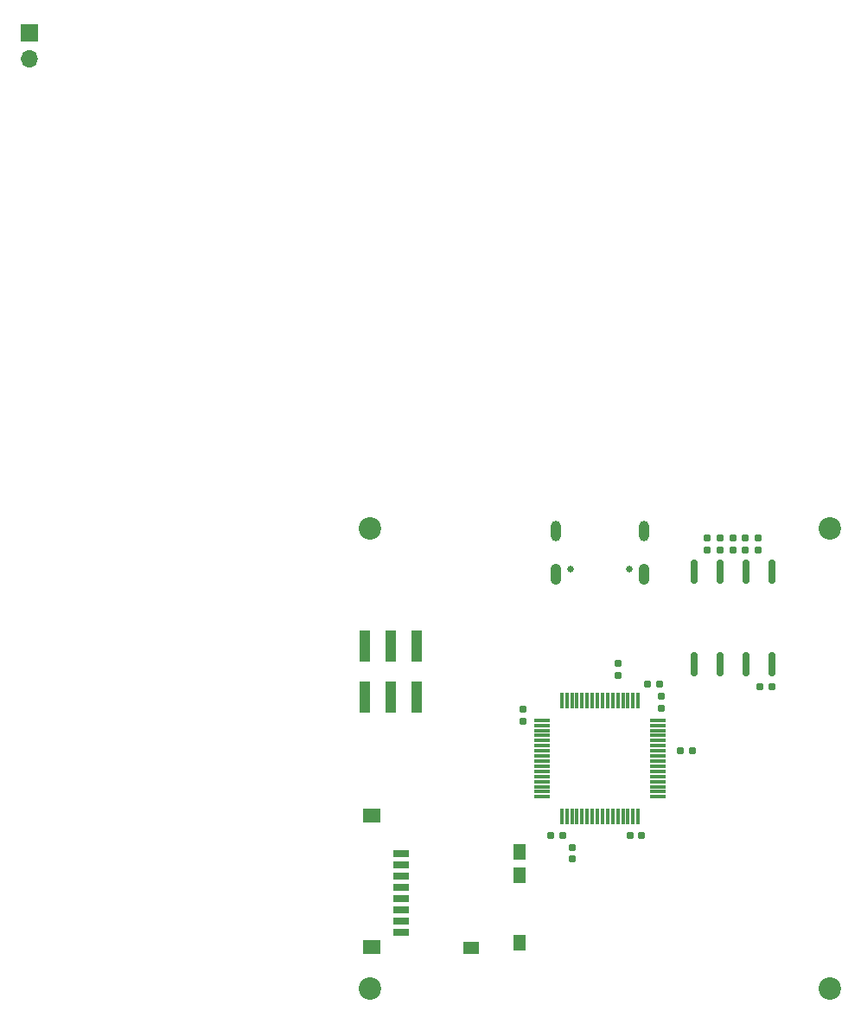
<source format=gbr>
%TF.GenerationSoftware,KiCad,Pcbnew,(6.0.1)*%
%TF.CreationDate,2022-02-28T23:17:01+05:30*%
%TF.ProjectId,ProIMU_V1,50726f49-4d55-45f5-9631-2e6b69636164,rev?*%
%TF.SameCoordinates,Original*%
%TF.FileFunction,Soldermask,Bot*%
%TF.FilePolarity,Negative*%
%FSLAX46Y46*%
G04 Gerber Fmt 4.6, Leading zero omitted, Abs format (unit mm)*
G04 Created by KiCad (PCBNEW (6.0.1)) date 2022-02-28 23:17:01*
%MOMM*%
%LPD*%
G01*
G04 APERTURE LIST*
G04 Aperture macros list*
%AMRoundRect*
0 Rectangle with rounded corners*
0 $1 Rounding radius*
0 $2 $3 $4 $5 $6 $7 $8 $9 X,Y pos of 4 corners*
0 Add a 4 corners polygon primitive as box body*
4,1,4,$2,$3,$4,$5,$6,$7,$8,$9,$2,$3,0*
0 Add four circle primitives for the rounded corners*
1,1,$1+$1,$2,$3*
1,1,$1+$1,$4,$5*
1,1,$1+$1,$6,$7*
1,1,$1+$1,$8,$9*
0 Add four rect primitives between the rounded corners*
20,1,$1+$1,$2,$3,$4,$5,0*
20,1,$1+$1,$4,$5,$6,$7,0*
20,1,$1+$1,$6,$7,$8,$9,0*
20,1,$1+$1,$8,$9,$2,$3,0*%
G04 Aperture macros list end*
%ADD10C,2.200000*%
%ADD11C,0.650000*%
%ADD12O,1.050000X2.100000*%
%ADD13O,1.000000X2.000000*%
%ADD14R,1.700000X1.700000*%
%ADD15O,1.700000X1.700000*%
%ADD16RoundRect,0.155000X0.212500X0.155000X-0.212500X0.155000X-0.212500X-0.155000X0.212500X-0.155000X0*%
%ADD17RoundRect,0.155000X0.155000X-0.212500X0.155000X0.212500X-0.155000X0.212500X-0.155000X-0.212500X0*%
%ADD18RoundRect,0.155000X-0.212500X-0.155000X0.212500X-0.155000X0.212500X0.155000X-0.212500X0.155000X0*%
%ADD19RoundRect,0.155000X-0.155000X0.212500X-0.155000X-0.212500X0.155000X-0.212500X0.155000X0.212500X0*%
%ADD20RoundRect,0.160000X-0.160000X0.197500X-0.160000X-0.197500X0.160000X-0.197500X0.160000X0.197500X0*%
%ADD21R,1.500000X0.800000*%
%ADD22R,1.500000X1.150000*%
%ADD23R,1.150000X1.500000*%
%ADD24R,1.700000X1.400000*%
%ADD25R,1.000000X3.150000*%
%ADD26RoundRect,0.160000X0.160000X-0.197500X0.160000X0.197500X-0.160000X0.197500X-0.160000X-0.197500X0*%
%ADD27RoundRect,0.160000X-0.197500X-0.160000X0.197500X-0.160000X0.197500X0.160000X-0.197500X0.160000X0*%
%ADD28RoundRect,0.075000X0.700000X0.075000X-0.700000X0.075000X-0.700000X-0.075000X0.700000X-0.075000X0*%
%ADD29RoundRect,0.075000X0.075000X0.700000X-0.075000X0.700000X-0.075000X-0.700000X0.075000X-0.700000X0*%
%ADD30RoundRect,0.162500X0.162500X-1.012500X0.162500X1.012500X-0.162500X1.012500X-0.162500X-1.012500X0*%
G04 APERTURE END LIST*
D10*
%TO.C,H3*%
X171000000Y-82500000D03*
%TD*%
D11*
%TO.C,USB1*%
X151390000Y-86430000D03*
X145610000Y-86430000D03*
D12*
X152820000Y-86930000D03*
D13*
X152820000Y-82750000D03*
X144180000Y-82750000D03*
D12*
X144180000Y-86930000D03*
%TD*%
D10*
%TO.C,H1*%
X126000000Y-82500000D03*
%TD*%
%TO.C,H2*%
X126000000Y-127500000D03*
%TD*%
%TO.C,H4*%
X171000000Y-127500000D03*
%TD*%
D14*
%TO.C,BAT1*%
X92600000Y-34000000D03*
D15*
X92600000Y-36540000D03*
%TD*%
D16*
%TO.C,C1*%
X154317500Y-97750000D03*
X153182500Y-97750000D03*
%TD*%
D17*
%TO.C,C20*%
X154500000Y-100067500D03*
X154500000Y-98932500D03*
%TD*%
D18*
%TO.C,C5*%
X164182500Y-98000000D03*
X165317500Y-98000000D03*
%TD*%
D19*
%TO.C,C17*%
X141000000Y-100182500D03*
X141000000Y-101317500D03*
%TD*%
%TO.C,C16*%
X145750000Y-113682500D03*
X145750000Y-114817500D03*
%TD*%
D20*
%TO.C,R2*%
X160250000Y-83402500D03*
X160250000Y-84597500D03*
%TD*%
%TO.C,R11*%
X150250000Y-95652500D03*
X150250000Y-96847500D03*
%TD*%
D18*
%TO.C,C19*%
X151432500Y-112500000D03*
X152567500Y-112500000D03*
%TD*%
D21*
%TO.C,J4*%
X129050000Y-114300000D03*
X129050000Y-115400000D03*
X129050000Y-116500000D03*
X129050000Y-117600000D03*
X129050000Y-118700000D03*
X129050000Y-119800000D03*
X129050000Y-120900000D03*
X129050000Y-122000000D03*
D22*
X135900000Y-123575000D03*
D23*
X140625000Y-116400000D03*
D24*
X126150000Y-110550000D03*
X126150000Y-123450000D03*
D23*
X140625000Y-114100000D03*
X140625000Y-123000000D03*
%TD*%
D25*
%TO.C,J1*%
X130540000Y-99025000D03*
X130540000Y-93975000D03*
X128000000Y-99025000D03*
X128000000Y-93975000D03*
X125460000Y-99025000D03*
X125460000Y-93975000D03*
%TD*%
D26*
%TO.C,R1*%
X162750000Y-84597500D03*
X162750000Y-83402500D03*
%TD*%
D20*
%TO.C,R4*%
X164000000Y-83402500D03*
X164000000Y-84597500D03*
%TD*%
%TO.C,R7*%
X159000000Y-83402500D03*
X159000000Y-84597500D03*
%TD*%
D27*
%TO.C,R3*%
X156402500Y-104250000D03*
X157597500Y-104250000D03*
%TD*%
D17*
%TO.C,C3*%
X161500000Y-84567500D03*
X161500000Y-83432500D03*
%TD*%
D28*
%TO.C,U10*%
X154175000Y-101250000D03*
X154175000Y-101750000D03*
X154175000Y-102250000D03*
X154175000Y-102750000D03*
X154175000Y-103250000D03*
X154175000Y-103750000D03*
X154175000Y-104250000D03*
X154175000Y-104750000D03*
X154175000Y-105250000D03*
X154175000Y-105750000D03*
X154175000Y-106250000D03*
X154175000Y-106750000D03*
X154175000Y-107250000D03*
X154175000Y-107750000D03*
X154175000Y-108250000D03*
X154175000Y-108750000D03*
D29*
X152250000Y-110675000D03*
X151750000Y-110675000D03*
X151250000Y-110675000D03*
X150750000Y-110675000D03*
X150250000Y-110675000D03*
X149750000Y-110675000D03*
X149250000Y-110675000D03*
X148750000Y-110675000D03*
X148250000Y-110675000D03*
X147750000Y-110675000D03*
X147250000Y-110675000D03*
X146750000Y-110675000D03*
X146250000Y-110675000D03*
X145750000Y-110675000D03*
X145250000Y-110675000D03*
X144750000Y-110675000D03*
D28*
X142825000Y-108750000D03*
X142825000Y-108250000D03*
X142825000Y-107750000D03*
X142825000Y-107250000D03*
X142825000Y-106750000D03*
X142825000Y-106250000D03*
X142825000Y-105750000D03*
X142825000Y-105250000D03*
X142825000Y-104750000D03*
X142825000Y-104250000D03*
X142825000Y-103750000D03*
X142825000Y-103250000D03*
X142825000Y-102750000D03*
X142825000Y-102250000D03*
X142825000Y-101750000D03*
X142825000Y-101250000D03*
D29*
X144750000Y-99325000D03*
X145250000Y-99325000D03*
X145750000Y-99325000D03*
X146250000Y-99325000D03*
X146750000Y-99325000D03*
X147250000Y-99325000D03*
X147750000Y-99325000D03*
X148250000Y-99325000D03*
X148750000Y-99325000D03*
X149250000Y-99325000D03*
X149750000Y-99325000D03*
X150250000Y-99325000D03*
X150750000Y-99325000D03*
X151250000Y-99325000D03*
X151750000Y-99325000D03*
X152250000Y-99325000D03*
%TD*%
D18*
%TO.C,C18*%
X143682500Y-112500000D03*
X144817500Y-112500000D03*
%TD*%
D30*
%TO.C,U2*%
X165310000Y-95775000D03*
X162770000Y-95775000D03*
X160230000Y-95775000D03*
X157690000Y-95775000D03*
X157690000Y-86725000D03*
X160230000Y-86725000D03*
X162770000Y-86725000D03*
X165310000Y-86725000D03*
%TD*%
M02*

</source>
